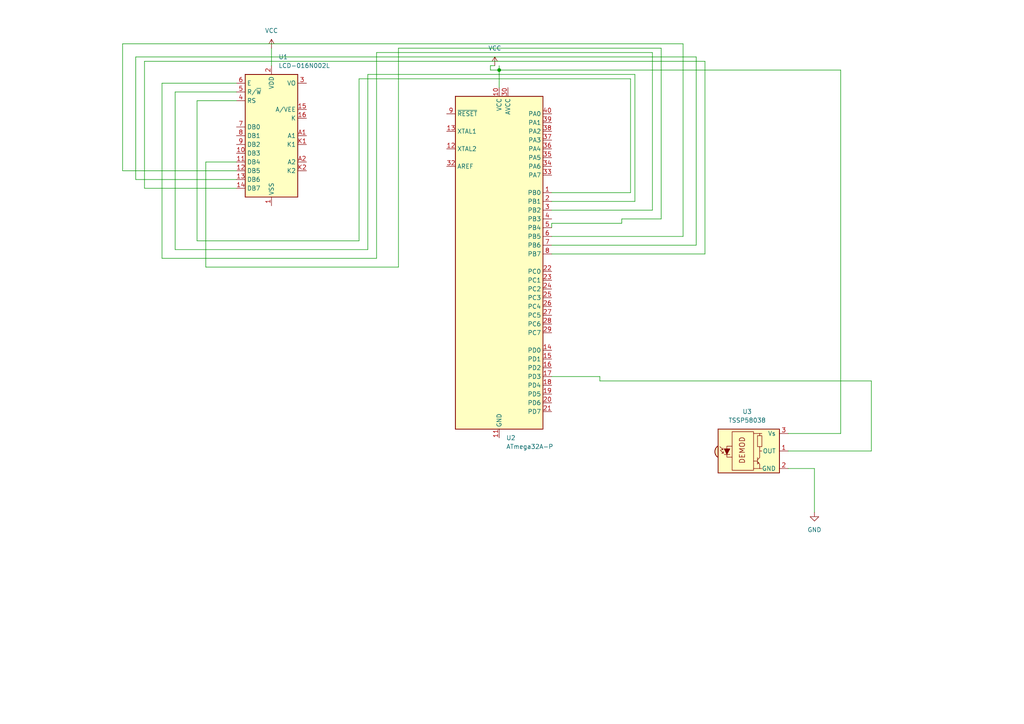
<source format=kicad_sch>
(kicad_sch (version 20211123) (generator eeschema)

  (uuid b7cf447d-dc78-4b18-af8c-d825fcad2457)

  (paper "A4")

  (lib_symbols
    (symbol "Display_Character:LCD-016N002L" (in_bom yes) (on_board yes)
      (property "Reference" "U" (id 0) (at -6.35 18.796 0)
        (effects (font (size 1.27 1.27)))
      )
      (property "Value" "LCD-016N002L" (id 1) (at 8.636 18.796 0)
        (effects (font (size 1.27 1.27)))
      )
      (property "Footprint" "Display:LCD-016N002L" (id 2) (at 0.508 -23.368 0)
        (effects (font (size 1.27 1.27)) hide)
      )
      (property "Datasheet" "http://www.vishay.com/docs/37299/37299.pdf" (id 3) (at 12.7 -7.62 0)
        (effects (font (size 1.27 1.27)) hide)
      )
      (property "ki_keywords" "display LCD dot-matrix" (id 4) (at 0 0 0)
        (effects (font (size 1.27 1.27)) hide)
      )
      (property "ki_description" "LCD 12x2, 8 bit parallel bus, 3V or 5V VDD" (id 5) (at 0 0 0)
        (effects (font (size 1.27 1.27)) hide)
      )
      (property "ki_fp_filters" "*LCD*016N002L*" (id 6) (at 0 0 0)
        (effects (font (size 1.27 1.27)) hide)
      )
      (symbol "LCD-016N002L_1_1"
        (rectangle (start -7.62 17.78) (end 7.62 -17.78)
          (stroke (width 0.254) (type default) (color 0 0 0 0))
          (fill (type background))
        )
        (pin power_in line (at 0 -20.32 90) (length 2.54)
          (name "VSS" (effects (font (size 1.27 1.27))))
          (number "1" (effects (font (size 1.27 1.27))))
        )
        (pin bidirectional line (at -10.16 -5.08 0) (length 2.54)
          (name "DB3" (effects (font (size 1.27 1.27))))
          (number "10" (effects (font (size 1.27 1.27))))
        )
        (pin bidirectional line (at -10.16 -7.62 0) (length 2.54)
          (name "DB4" (effects (font (size 1.27 1.27))))
          (number "11" (effects (font (size 1.27 1.27))))
        )
        (pin bidirectional line (at -10.16 -10.16 0) (length 2.54)
          (name "DB5" (effects (font (size 1.27 1.27))))
          (number "12" (effects (font (size 1.27 1.27))))
        )
        (pin bidirectional line (at -10.16 -12.7 0) (length 2.54)
          (name "DB6" (effects (font (size 1.27 1.27))))
          (number "13" (effects (font (size 1.27 1.27))))
        )
        (pin bidirectional line (at -10.16 -15.24 0) (length 2.54)
          (name "DB7" (effects (font (size 1.27 1.27))))
          (number "14" (effects (font (size 1.27 1.27))))
        )
        (pin power_in line (at 10.16 7.62 180) (length 2.54)
          (name "A/VEE" (effects (font (size 1.27 1.27))))
          (number "15" (effects (font (size 1.27 1.27))))
        )
        (pin power_in line (at 10.16 5.08 180) (length 2.54)
          (name "K" (effects (font (size 1.27 1.27))))
          (number "16" (effects (font (size 1.27 1.27))))
        )
        (pin power_in line (at 0 20.32 270) (length 2.54)
          (name "VDD" (effects (font (size 1.27 1.27))))
          (number "2" (effects (font (size 1.27 1.27))))
        )
        (pin input line (at 10.16 15.24 180) (length 2.54)
          (name "VO" (effects (font (size 1.27 1.27))))
          (number "3" (effects (font (size 1.27 1.27))))
        )
        (pin input line (at -10.16 10.16 0) (length 2.54)
          (name "RS" (effects (font (size 1.27 1.27))))
          (number "4" (effects (font (size 1.27 1.27))))
        )
        (pin input line (at -10.16 12.7 0) (length 2.54)
          (name "R/~{W}" (effects (font (size 1.27 1.27))))
          (number "5" (effects (font (size 1.27 1.27))))
        )
        (pin input line (at -10.16 15.24 0) (length 2.54)
          (name "E" (effects (font (size 1.27 1.27))))
          (number "6" (effects (font (size 1.27 1.27))))
        )
        (pin bidirectional line (at -10.16 2.54 0) (length 2.54)
          (name "DB0" (effects (font (size 1.27 1.27))))
          (number "7" (effects (font (size 1.27 1.27))))
        )
        (pin bidirectional line (at -10.16 0 0) (length 2.54)
          (name "DB1" (effects (font (size 1.27 1.27))))
          (number "8" (effects (font (size 1.27 1.27))))
        )
        (pin bidirectional line (at -10.16 -2.54 0) (length 2.54)
          (name "DB2" (effects (font (size 1.27 1.27))))
          (number "9" (effects (font (size 1.27 1.27))))
        )
        (pin power_in line (at 10.16 0 180) (length 2.54)
          (name "A1" (effects (font (size 1.27 1.27))))
          (number "A1" (effects (font (size 1.27 1.27))))
        )
        (pin power_in line (at 10.16 -7.62 180) (length 2.54)
          (name "A2" (effects (font (size 1.27 1.27))))
          (number "A2" (effects (font (size 1.27 1.27))))
        )
        (pin power_in line (at 10.16 -2.54 180) (length 2.54)
          (name "K1" (effects (font (size 1.27 1.27))))
          (number "K1" (effects (font (size 1.27 1.27))))
        )
        (pin power_in line (at 10.16 -10.16 180) (length 2.54)
          (name "K2" (effects (font (size 1.27 1.27))))
          (number "K2" (effects (font (size 1.27 1.27))))
        )
      )
    )
    (symbol "MCU_Microchip_ATmega:ATmega32A-P" (in_bom yes) (on_board yes)
      (property "Reference" "U" (id 0) (at -12.7 49.53 0)
        (effects (font (size 1.27 1.27)) (justify left bottom))
      )
      (property "Value" "ATmega32A-P" (id 1) (at 2.54 -49.53 0)
        (effects (font (size 1.27 1.27)) (justify left top))
      )
      (property "Footprint" "Package_DIP:DIP-40_W15.24mm" (id 2) (at 0 0 0)
        (effects (font (size 1.27 1.27) italic) hide)
      )
      (property "Datasheet" "http://ww1.microchip.com/downloads/en/DeviceDoc/atmel-8155-8-bit-microcontroller-avr-atmega32a_datasheet.pdf" (id 3) (at 0 0 0)
        (effects (font (size 1.27 1.27)) hide)
      )
      (property "ki_keywords" "AVR 8bit Microcontroller MegaAVR" (id 4) (at 0 0 0)
        (effects (font (size 1.27 1.27)) hide)
      )
      (property "ki_description" "16MHz, 32kB Flash, 2kB SRAM, 1kB EEPROM, JTAG, DIP-40" (id 5) (at 0 0 0)
        (effects (font (size 1.27 1.27)) hide)
      )
      (property "ki_fp_filters" "DIP*W15.24mm*" (id 6) (at 0 0 0)
        (effects (font (size 1.27 1.27)) hide)
      )
      (symbol "ATmega32A-P_0_1"
        (rectangle (start -12.7 -48.26) (end 12.7 48.26)
          (stroke (width 0.254) (type default) (color 0 0 0 0))
          (fill (type background))
        )
      )
      (symbol "ATmega32A-P_1_1"
        (pin bidirectional line (at 15.24 20.32 180) (length 2.54)
          (name "PB0" (effects (font (size 1.27 1.27))))
          (number "1" (effects (font (size 1.27 1.27))))
        )
        (pin power_in line (at 0 50.8 270) (length 2.54)
          (name "VCC" (effects (font (size 1.27 1.27))))
          (number "10" (effects (font (size 1.27 1.27))))
        )
        (pin power_in line (at 0 -50.8 90) (length 2.54)
          (name "GND" (effects (font (size 1.27 1.27))))
          (number "11" (effects (font (size 1.27 1.27))))
        )
        (pin output line (at -15.24 33.02 0) (length 2.54)
          (name "XTAL2" (effects (font (size 1.27 1.27))))
          (number "12" (effects (font (size 1.27 1.27))))
        )
        (pin input line (at -15.24 38.1 0) (length 2.54)
          (name "XTAL1" (effects (font (size 1.27 1.27))))
          (number "13" (effects (font (size 1.27 1.27))))
        )
        (pin bidirectional line (at 15.24 -25.4 180) (length 2.54)
          (name "PD0" (effects (font (size 1.27 1.27))))
          (number "14" (effects (font (size 1.27 1.27))))
        )
        (pin bidirectional line (at 15.24 -27.94 180) (length 2.54)
          (name "PD1" (effects (font (size 1.27 1.27))))
          (number "15" (effects (font (size 1.27 1.27))))
        )
        (pin bidirectional line (at 15.24 -30.48 180) (length 2.54)
          (name "PD2" (effects (font (size 1.27 1.27))))
          (number "16" (effects (font (size 1.27 1.27))))
        )
        (pin bidirectional line (at 15.24 -33.02 180) (length 2.54)
          (name "PD3" (effects (font (size 1.27 1.27))))
          (number "17" (effects (font (size 1.27 1.27))))
        )
        (pin bidirectional line (at 15.24 -35.56 180) (length 2.54)
          (name "PD4" (effects (font (size 1.27 1.27))))
          (number "18" (effects (font (size 1.27 1.27))))
        )
        (pin bidirectional line (at 15.24 -38.1 180) (length 2.54)
          (name "PD5" (effects (font (size 1.27 1.27))))
          (number "19" (effects (font (size 1.27 1.27))))
        )
        (pin bidirectional line (at 15.24 17.78 180) (length 2.54)
          (name "PB1" (effects (font (size 1.27 1.27))))
          (number "2" (effects (font (size 1.27 1.27))))
        )
        (pin bidirectional line (at 15.24 -40.64 180) (length 2.54)
          (name "PD6" (effects (font (size 1.27 1.27))))
          (number "20" (effects (font (size 1.27 1.27))))
        )
        (pin bidirectional line (at 15.24 -43.18 180) (length 2.54)
          (name "PD7" (effects (font (size 1.27 1.27))))
          (number "21" (effects (font (size 1.27 1.27))))
        )
        (pin bidirectional line (at 15.24 -2.54 180) (length 2.54)
          (name "PC0" (effects (font (size 1.27 1.27))))
          (number "22" (effects (font (size 1.27 1.27))))
        )
        (pin bidirectional line (at 15.24 -5.08 180) (length 2.54)
          (name "PC1" (effects (font (size 1.27 1.27))))
          (number "23" (effects (font (size 1.27 1.27))))
        )
        (pin bidirectional line (at 15.24 -7.62 180) (length 2.54)
          (name "PC2" (effects (font (size 1.27 1.27))))
          (number "24" (effects (font (size 1.27 1.27))))
        )
        (pin bidirectional line (at 15.24 -10.16 180) (length 2.54)
          (name "PC3" (effects (font (size 1.27 1.27))))
          (number "25" (effects (font (size 1.27 1.27))))
        )
        (pin bidirectional line (at 15.24 -12.7 180) (length 2.54)
          (name "PC4" (effects (font (size 1.27 1.27))))
          (number "26" (effects (font (size 1.27 1.27))))
        )
        (pin bidirectional line (at 15.24 -15.24 180) (length 2.54)
          (name "PC5" (effects (font (size 1.27 1.27))))
          (number "27" (effects (font (size 1.27 1.27))))
        )
        (pin bidirectional line (at 15.24 -17.78 180) (length 2.54)
          (name "PC6" (effects (font (size 1.27 1.27))))
          (number "28" (effects (font (size 1.27 1.27))))
        )
        (pin bidirectional line (at 15.24 -20.32 180) (length 2.54)
          (name "PC7" (effects (font (size 1.27 1.27))))
          (number "29" (effects (font (size 1.27 1.27))))
        )
        (pin bidirectional line (at 15.24 15.24 180) (length 2.54)
          (name "PB2" (effects (font (size 1.27 1.27))))
          (number "3" (effects (font (size 1.27 1.27))))
        )
        (pin power_in line (at 2.54 50.8 270) (length 2.54)
          (name "AVCC" (effects (font (size 1.27 1.27))))
          (number "30" (effects (font (size 1.27 1.27))))
        )
        (pin passive line (at 0 -50.8 90) (length 2.54) hide
          (name "GND" (effects (font (size 1.27 1.27))))
          (number "31" (effects (font (size 1.27 1.27))))
        )
        (pin passive line (at -15.24 27.94 0) (length 2.54)
          (name "AREF" (effects (font (size 1.27 1.27))))
          (number "32" (effects (font (size 1.27 1.27))))
        )
        (pin bidirectional line (at 15.24 25.4 180) (length 2.54)
          (name "PA7" (effects (font (size 1.27 1.27))))
          (number "33" (effects (font (size 1.27 1.27))))
        )
        (pin bidirectional line (at 15.24 27.94 180) (length 2.54)
          (name "PA6" (effects (font (size 1.27 1.27))))
          (number "34" (effects (font (size 1.27 1.27))))
        )
        (pin bidirectional line (at 15.24 30.48 180) (length 2.54)
          (name "PA5" (effects (font (size 1.27 1.27))))
          (number "35" (effects (font (size 1.27 1.27))))
        )
        (pin bidirectional line (at 15.24 33.02 180) (length 2.54)
          (name "PA4" (effects (font (size 1.27 1.27))))
          (number "36" (effects (font (size 1.27 1.27))))
        )
        (pin bidirectional line (at 15.24 35.56 180) (length 2.54)
          (name "PA3" (effects (font (size 1.27 1.27))))
          (number "37" (effects (font (size 1.27 1.27))))
        )
        (pin bidirectional line (at 15.24 38.1 180) (length 2.54)
          (name "PA2" (effects (font (size 1.27 1.27))))
          (number "38" (effects (font (size 1.27 1.27))))
        )
        (pin bidirectional line (at 15.24 40.64 180) (length 2.54)
          (name "PA1" (effects (font (size 1.27 1.27))))
          (number "39" (effects (font (size 1.27 1.27))))
        )
        (pin bidirectional line (at 15.24 12.7 180) (length 2.54)
          (name "PB3" (effects (font (size 1.27 1.27))))
          (number "4" (effects (font (size 1.27 1.27))))
        )
        (pin bidirectional line (at 15.24 43.18 180) (length 2.54)
          (name "PA0" (effects (font (size 1.27 1.27))))
          (number "40" (effects (font (size 1.27 1.27))))
        )
        (pin bidirectional line (at 15.24 10.16 180) (length 2.54)
          (name "PB4" (effects (font (size 1.27 1.27))))
          (number "5" (effects (font (size 1.27 1.27))))
        )
        (pin bidirectional line (at 15.24 7.62 180) (length 2.54)
          (name "PB5" (effects (font (size 1.27 1.27))))
          (number "6" (effects (font (size 1.27 1.27))))
        )
        (pin bidirectional line (at 15.24 5.08 180) (length 2.54)
          (name "PB6" (effects (font (size 1.27 1.27))))
          (number "7" (effects (font (size 1.27 1.27))))
        )
        (pin bidirectional line (at 15.24 2.54 180) (length 2.54)
          (name "PB7" (effects (font (size 1.27 1.27))))
          (number "8" (effects (font (size 1.27 1.27))))
        )
        (pin input line (at -15.24 43.18 0) (length 2.54)
          (name "~{RESET}" (effects (font (size 1.27 1.27))))
          (number "9" (effects (font (size 1.27 1.27))))
        )
      )
    )
    (symbol "Sensor_Proximity:TSSP58038" (pin_names (offset 1.016)) (in_bom yes) (on_board yes)
      (property "Reference" "U" (id 0) (at -10.16 7.62 0)
        (effects (font (size 1.27 1.27)) (justify left))
      )
      (property "Value" "TSSP58038" (id 1) (at -10.16 -7.62 0)
        (effects (font (size 1.27 1.27)) (justify left))
      )
      (property "Footprint" "OptoDevice:Vishay_MINICAST-3Pin" (id 2) (at -1.27 -9.525 0)
        (effects (font (size 1.27 1.27)) hide)
      )
      (property "Datasheet" "http://www.vishay.com/docs/82476/tssp58p38.pdf" (id 3) (at 16.51 7.62 0)
        (effects (font (size 1.27 1.27)) hide)
      )
      (property "ki_keywords" "opto IR receiver proximity sensor" (id 4) (at 0 0 0)
        (effects (font (size 1.27 1.27)) hide)
      )
      (property "ki_description" "IR Detector for Mid Range Proximity Sensor" (id 5) (at 0 0 0)
        (effects (font (size 1.27 1.27)) hide)
      )
      (property "ki_fp_filters" "Vishay*MINICAST*" (id 6) (at 0 0 0)
        (effects (font (size 1.27 1.27)) hide)
      )
      (symbol "TSSP58038_0_0"
        (arc (start -10.287 1.397) (mid -11.0899 -0.1852) (end -10.287 -1.778)
          (stroke (width 0.254) (type default) (color 0 0 0 0))
          (fill (type background))
        )
        (polyline
          (pts
            (xy 1.905 -5.08)
            (xy 0.127 -5.08)
          )
          (stroke (width 0) (type default) (color 0 0 0 0))
          (fill (type none))
        )
        (polyline
          (pts
            (xy 1.905 5.08)
            (xy 0.127 5.08)
          )
          (stroke (width 0) (type default) (color 0 0 0 0))
          (fill (type none))
        )
        (text "DEMOD" (at -3.175 0.254 900)
          (effects (font (size 1.524 1.524)))
        )
      )
      (symbol "TSSP58038_0_1"
        (rectangle (start -6.096 5.588) (end 0.127 -5.588)
          (stroke (width 0) (type default) (color 0 0 0 0))
          (fill (type none))
        )
        (polyline
          (pts
            (xy -8.763 0.381)
            (xy -9.652 1.27)
          )
          (stroke (width 0) (type default) (color 0 0 0 0))
          (fill (type none))
        )
        (polyline
          (pts
            (xy -8.763 0.381)
            (xy -9.271 0.381)
          )
          (stroke (width 0) (type default) (color 0 0 0 0))
          (fill (type none))
        )
        (polyline
          (pts
            (xy -8.763 0.381)
            (xy -8.763 0.889)
          )
          (stroke (width 0) (type default) (color 0 0 0 0))
          (fill (type none))
        )
        (polyline
          (pts
            (xy -8.636 -0.635)
            (xy -9.525 0.254)
          )
          (stroke (width 0) (type default) (color 0 0 0 0))
          (fill (type none))
        )
        (polyline
          (pts
            (xy -8.636 -0.635)
            (xy -9.144 -0.635)
          )
          (stroke (width 0) (type default) (color 0 0 0 0))
          (fill (type none))
        )
        (polyline
          (pts
            (xy -8.636 -0.635)
            (xy -8.636 -0.127)
          )
          (stroke (width 0) (type default) (color 0 0 0 0))
          (fill (type none))
        )
        (polyline
          (pts
            (xy -8.382 -1.016)
            (xy -6.731 -1.016)
          )
          (stroke (width 0) (type default) (color 0 0 0 0))
          (fill (type none))
        )
        (polyline
          (pts
            (xy 1.27 -2.921)
            (xy 0.127 -2.921)
          )
          (stroke (width 0) (type default) (color 0 0 0 0))
          (fill (type none))
        )
        (polyline
          (pts
            (xy 1.27 -1.905)
            (xy 1.27 -3.81)
          )
          (stroke (width 0) (type default) (color 0 0 0 0))
          (fill (type none))
        )
        (polyline
          (pts
            (xy 1.397 -3.556)
            (xy 1.524 -3.556)
          )
          (stroke (width 0) (type default) (color 0 0 0 0))
          (fill (type none))
        )
        (polyline
          (pts
            (xy 1.651 -3.556)
            (xy 1.524 -3.556)
          )
          (stroke (width 0) (type default) (color 0 0 0 0))
          (fill (type none))
        )
        (polyline
          (pts
            (xy 1.651 -3.556)
            (xy 1.651 -3.302)
          )
          (stroke (width 0) (type default) (color 0 0 0 0))
          (fill (type none))
        )
        (polyline
          (pts
            (xy 1.905 0)
            (xy 1.905 1.27)
          )
          (stroke (width 0) (type default) (color 0 0 0 0))
          (fill (type none))
        )
        (polyline
          (pts
            (xy 1.905 4.445)
            (xy 1.905 5.08)
            (xy 2.54 5.08)
          )
          (stroke (width 0) (type default) (color 0 0 0 0))
          (fill (type none))
        )
        (polyline
          (pts
            (xy -8.382 0.635)
            (xy -6.731 0.635)
            (xy -7.62 -1.016)
            (xy -8.382 0.635)
          )
          (stroke (width 0) (type default) (color 0 0 0 0))
          (fill (type outline))
        )
        (polyline
          (pts
            (xy -6.096 1.397)
            (xy -7.62 1.397)
            (xy -7.62 -1.778)
            (xy -6.096 -1.778)
          )
          (stroke (width 0) (type default) (color 0 0 0 0))
          (fill (type none))
        )
        (polyline
          (pts
            (xy 1.27 -3.175)
            (xy 1.905 -3.81)
            (xy 1.905 -5.08)
            (xy 2.54 -5.08)
          )
          (stroke (width 0) (type default) (color 0 0 0 0))
          (fill (type none))
        )
        (polyline
          (pts
            (xy 1.27 -2.54)
            (xy 1.905 -1.905)
            (xy 1.905 0)
            (xy 2.54 0)
          )
          (stroke (width 0) (type default) (color 0 0 0 0))
          (fill (type none))
        )
        (rectangle (start 2.54 1.27) (end 1.27 4.445)
          (stroke (width 0) (type default) (color 0 0 0 0))
          (fill (type none))
        )
        (rectangle (start 7.62 6.35) (end -10.16 -6.35)
          (stroke (width 0.254) (type default) (color 0 0 0 0))
          (fill (type background))
        )
      )
      (symbol "TSSP58038_1_1"
        (pin output line (at 10.16 0 180) (length 2.54)
          (name "OUT" (effects (font (size 1.27 1.27))))
          (number "1" (effects (font (size 1.27 1.27))))
        )
        (pin power_in line (at 10.16 -5.08 180) (length 2.54)
          (name "GND" (effects (font (size 1.27 1.27))))
          (number "2" (effects (font (size 1.27 1.27))))
        )
        (pin power_in line (at 10.16 5.08 180) (length 2.54)
          (name "Vs" (effects (font (size 1.27 1.27))))
          (number "3" (effects (font (size 1.27 1.27))))
        )
      )
    )
    (symbol "power:GND" (power) (pin_names (offset 0)) (in_bom yes) (on_board yes)
      (property "Reference" "#PWR" (id 0) (at 0 -6.35 0)
        (effects (font (size 1.27 1.27)) hide)
      )
      (property "Value" "GND" (id 1) (at 0 -3.81 0)
        (effects (font (size 1.27 1.27)))
      )
      (property "Footprint" "" (id 2) (at 0 0 0)
        (effects (font (size 1.27 1.27)) hide)
      )
      (property "Datasheet" "" (id 3) (at 0 0 0)
        (effects (font (size 1.27 1.27)) hide)
      )
      (property "ki_keywords" "power-flag" (id 4) (at 0 0 0)
        (effects (font (size 1.27 1.27)) hide)
      )
      (property "ki_description" "Power symbol creates a global label with name \"GND\" , ground" (id 5) (at 0 0 0)
        (effects (font (size 1.27 1.27)) hide)
      )
      (symbol "GND_0_1"
        (polyline
          (pts
            (xy 0 0)
            (xy 0 -1.27)
            (xy 1.27 -1.27)
            (xy 0 -2.54)
            (xy -1.27 -1.27)
            (xy 0 -1.27)
          )
          (stroke (width 0) (type default) (color 0 0 0 0))
          (fill (type none))
        )
      )
      (symbol "GND_1_1"
        (pin power_in line (at 0 0 270) (length 0) hide
          (name "GND" (effects (font (size 1.27 1.27))))
          (number "1" (effects (font (size 1.27 1.27))))
        )
      )
    )
    (symbol "power:VCC" (power) (pin_names (offset 0)) (in_bom yes) (on_board yes)
      (property "Reference" "#PWR" (id 0) (at 0 -3.81 0)
        (effects (font (size 1.27 1.27)) hide)
      )
      (property "Value" "VCC" (id 1) (at 0 3.81 0)
        (effects (font (size 1.27 1.27)))
      )
      (property "Footprint" "" (id 2) (at 0 0 0)
        (effects (font (size 1.27 1.27)) hide)
      )
      (property "Datasheet" "" (id 3) (at 0 0 0)
        (effects (font (size 1.27 1.27)) hide)
      )
      (property "ki_keywords" "power-flag" (id 4) (at 0 0 0)
        (effects (font (size 1.27 1.27)) hide)
      )
      (property "ki_description" "Power symbol creates a global label with name \"VCC\"" (id 5) (at 0 0 0)
        (effects (font (size 1.27 1.27)) hide)
      )
      (symbol "VCC_0_1"
        (polyline
          (pts
            (xy -0.762 1.27)
            (xy 0 2.54)
          )
          (stroke (width 0) (type default) (color 0 0 0 0))
          (fill (type none))
        )
        (polyline
          (pts
            (xy 0 0)
            (xy 0 2.54)
          )
          (stroke (width 0) (type default) (color 0 0 0 0))
          (fill (type none))
        )
        (polyline
          (pts
            (xy 0 2.54)
            (xy 0.762 1.27)
          )
          (stroke (width 0) (type default) (color 0 0 0 0))
          (fill (type none))
        )
      )
      (symbol "VCC_1_1"
        (pin power_in line (at 0 0 90) (length 0) hide
          (name "VCC" (effects (font (size 1.27 1.27))))
          (number "1" (effects (font (size 1.27 1.27))))
        )
      )
    )
  )

  (junction (at 144.78 20.32) (diameter 0) (color 0 0 0 0)
    (uuid e6d1911b-998d-4567-8309-a6838c7c12d7)
  )

  (wire (pts (xy 198.12 12.7) (xy 198.12 68.58))
    (stroke (width 0) (type default) (color 0 0 0 0))
    (uuid 00f28c04-21ae-4fd9-8afe-5f94ea2545c9)
  )
  (wire (pts (xy 180.34 63.5) (xy 180.34 64.77))
    (stroke (width 0) (type default) (color 0 0 0 0))
    (uuid 0540ccd1-11a0-426c-95ca-9a3e88db7ccf)
  )
  (wire (pts (xy 191.77 63.5) (xy 191.77 13.97))
    (stroke (width 0) (type default) (color 0 0 0 0))
    (uuid 0bbf5cee-e7b3-4fe5-965c-d986afc34fd3)
  )
  (wire (pts (xy 144.78 20.32) (xy 144.78 25.4))
    (stroke (width 0) (type default) (color 0 0 0 0))
    (uuid 14ac80a2-0d9d-4124-b33d-7b403c7c1b6d)
  )
  (wire (pts (xy 236.22 135.89) (xy 236.22 148.59))
    (stroke (width 0) (type default) (color 0 0 0 0))
    (uuid 17472109-2154-4af3-b7cc-8a9ae9068ddf)
  )
  (wire (pts (xy 59.69 77.47) (xy 59.69 46.99))
    (stroke (width 0) (type default) (color 0 0 0 0))
    (uuid 19753f05-c101-4ed3-9585-1c950c3b21ca)
  )
  (wire (pts (xy 191.77 13.97) (xy 115.57 13.97))
    (stroke (width 0) (type default) (color 0 0 0 0))
    (uuid 1a1c1b1f-a2e3-4f05-b94f-aae3fe407124)
  )
  (wire (pts (xy 35.56 49.53) (xy 68.58 49.53))
    (stroke (width 0) (type default) (color 0 0 0 0))
    (uuid 1df18ff2-eccd-4d94-a907-675cbfdd9491)
  )
  (wire (pts (xy 201.93 71.12) (xy 201.93 16.51))
    (stroke (width 0) (type default) (color 0 0 0 0))
    (uuid 20ebc974-2631-493c-ae30-fbed94efec42)
  )
  (wire (pts (xy 59.69 46.99) (xy 68.58 46.99))
    (stroke (width 0) (type default) (color 0 0 0 0))
    (uuid 250c6dba-ad94-403f-bc18-2b1afdb38cf6)
  )
  (wire (pts (xy 228.6 125.73) (xy 243.84 125.73))
    (stroke (width 0) (type default) (color 0 0 0 0))
    (uuid 26df2058-e4ae-41aa-82f0-c07c55cac162)
  )
  (wire (pts (xy 184.15 21.59) (xy 184.15 58.42))
    (stroke (width 0) (type default) (color 0 0 0 0))
    (uuid 2ce04fc0-e629-4c2d-9eb5-812ff8f3aad7)
  )
  (wire (pts (xy 142.24 20.32) (xy 142.24 19.05))
    (stroke (width 0) (type default) (color 0 0 0 0))
    (uuid 3322084f-30f3-456c-aa6a-18c39528ebcf)
  )
  (wire (pts (xy 50.8 72.39) (xy 106.68 72.39))
    (stroke (width 0) (type default) (color 0 0 0 0))
    (uuid 362d2660-1e4a-4502-a0e2-07295660bd1c)
  )
  (wire (pts (xy 142.24 19.05) (xy 143.51 19.05))
    (stroke (width 0) (type default) (color 0 0 0 0))
    (uuid 3797f74a-3b20-4986-a2d2-d563792bfaef)
  )
  (wire (pts (xy 182.88 55.88) (xy 182.88 22.86))
    (stroke (width 0) (type default) (color 0 0 0 0))
    (uuid 3a2813f6-b0ca-4188-919f-410a85986f19)
  )
  (wire (pts (xy 46.99 24.13) (xy 46.99 74.93))
    (stroke (width 0) (type default) (color 0 0 0 0))
    (uuid 3fadb724-7839-42d0-8d26-5457800efabd)
  )
  (wire (pts (xy 109.22 74.93) (xy 109.22 15.24))
    (stroke (width 0) (type default) (color 0 0 0 0))
    (uuid 43276c5c-7bf4-46bd-acf3-0eec6b629f8a)
  )
  (wire (pts (xy 243.84 125.73) (xy 243.84 20.32))
    (stroke (width 0) (type default) (color 0 0 0 0))
    (uuid 44920be0-9b57-4d40-9d15-433d237fc212)
  )
  (wire (pts (xy 68.58 26.67) (xy 50.8 26.67))
    (stroke (width 0) (type default) (color 0 0 0 0))
    (uuid 48e4026b-f699-40c3-bca3-83023f340587)
  )
  (wire (pts (xy 115.57 77.47) (xy 59.69 77.47))
    (stroke (width 0) (type default) (color 0 0 0 0))
    (uuid 4a6c59b0-9e05-4fe4-8e70-0d792b9f664d)
  )
  (wire (pts (xy 198.12 12.7) (xy 35.56 12.7))
    (stroke (width 0) (type default) (color 0 0 0 0))
    (uuid 56f35049-4624-472f-b5ac-2f8041429f6a)
  )
  (wire (pts (xy 201.93 16.51) (xy 39.37 16.51))
    (stroke (width 0) (type default) (color 0 0 0 0))
    (uuid 57fbc27f-e4c9-42b9-8e7f-c643846028d9)
  )
  (wire (pts (xy 180.34 63.5) (xy 191.77 63.5))
    (stroke (width 0) (type default) (color 0 0 0 0))
    (uuid 5943c2aa-8463-4a44-ac85-65f2d1edeac9)
  )
  (wire (pts (xy 182.88 22.86) (xy 104.14 22.86))
    (stroke (width 0) (type default) (color 0 0 0 0))
    (uuid 66917172-7ce7-4f16-b203-473eafeb857c)
  )
  (wire (pts (xy 204.47 17.78) (xy 41.91 17.78))
    (stroke (width 0) (type default) (color 0 0 0 0))
    (uuid 6f97ef56-4673-4ddd-9f56-024eab9a1e26)
  )
  (wire (pts (xy 104.14 69.85) (xy 57.15 69.85))
    (stroke (width 0) (type default) (color 0 0 0 0))
    (uuid 7400d80e-ded0-4e21-bd4e-d3d06eb56ee3)
  )
  (wire (pts (xy 35.56 12.7) (xy 35.56 49.53))
    (stroke (width 0) (type default) (color 0 0 0 0))
    (uuid 7436890f-3c70-4ced-a82c-837bd1aa5f5a)
  )
  (wire (pts (xy 160.02 68.58) (xy 198.12 68.58))
    (stroke (width 0) (type default) (color 0 0 0 0))
    (uuid 75e51f74-4d79-4aa1-a0ed-491f6e26135b)
  )
  (wire (pts (xy 228.6 135.89) (xy 236.22 135.89))
    (stroke (width 0) (type default) (color 0 0 0 0))
    (uuid 7d6eac88-1f24-4ede-9c2b-d7cb47b793f1)
  )
  (wire (pts (xy 57.15 69.85) (xy 57.15 29.21))
    (stroke (width 0) (type default) (color 0 0 0 0))
    (uuid 86102efa-f99b-4948-94a7-4498b38e5215)
  )
  (wire (pts (xy 39.37 52.07) (xy 68.58 52.07))
    (stroke (width 0) (type default) (color 0 0 0 0))
    (uuid 8b0904b5-70f7-48a2-92f1-7c08db303214)
  )
  (wire (pts (xy 189.23 15.24) (xy 189.23 60.96))
    (stroke (width 0) (type default) (color 0 0 0 0))
    (uuid 8f3ee0b7-140a-40f0-a68f-89f5de99bbe6)
  )
  (wire (pts (xy 115.57 13.97) (xy 115.57 77.47))
    (stroke (width 0) (type default) (color 0 0 0 0))
    (uuid 9128849f-74b8-4089-8444-793149b8f49b)
  )
  (wire (pts (xy 160.02 64.77) (xy 160.02 66.04))
    (stroke (width 0) (type default) (color 0 0 0 0))
    (uuid 945a0d10-d3fa-4fec-8c9f-f85272956c23)
  )
  (wire (pts (xy 109.22 15.24) (xy 189.23 15.24))
    (stroke (width 0) (type default) (color 0 0 0 0))
    (uuid 96fa6d1b-f930-40e4-87fe-21d7e96175fe)
  )
  (wire (pts (xy 160.02 73.66) (xy 204.47 73.66))
    (stroke (width 0) (type default) (color 0 0 0 0))
    (uuid 97c67dba-169a-4949-a8a2-937d6e09e767)
  )
  (wire (pts (xy 160.02 55.88) (xy 182.88 55.88))
    (stroke (width 0) (type default) (color 0 0 0 0))
    (uuid 99ffd10b-ba88-4132-a045-585381982ce1)
  )
  (wire (pts (xy 106.68 72.39) (xy 106.68 21.59))
    (stroke (width 0) (type default) (color 0 0 0 0))
    (uuid 9df8d284-ec76-4b7f-b0aa-a2f355ee745c)
  )
  (wire (pts (xy 252.73 110.49) (xy 173.99 110.49))
    (stroke (width 0) (type default) (color 0 0 0 0))
    (uuid 9e34d20e-f2f4-4784-9158-218164509360)
  )
  (wire (pts (xy 57.15 29.21) (xy 68.58 29.21))
    (stroke (width 0) (type default) (color 0 0 0 0))
    (uuid b6b24d17-e67b-404c-900f-8ca9ddff2ccb)
  )
  (wire (pts (xy 41.91 17.78) (xy 41.91 54.61))
    (stroke (width 0) (type default) (color 0 0 0 0))
    (uuid b8e44b79-20dd-404e-aa8a-3ef4fe425284)
  )
  (wire (pts (xy 160.02 71.12) (xy 201.93 71.12))
    (stroke (width 0) (type default) (color 0 0 0 0))
    (uuid b933a53d-fc43-4a4e-b186-0e1a18fc315a)
  )
  (wire (pts (xy 41.91 54.61) (xy 68.58 54.61))
    (stroke (width 0) (type default) (color 0 0 0 0))
    (uuid bf64861a-bc16-4b2f-91e8-16d4e821a180)
  )
  (wire (pts (xy 173.99 110.49) (xy 173.99 109.22))
    (stroke (width 0) (type default) (color 0 0 0 0))
    (uuid c102e689-541d-4695-a5bc-520d04b8a7d0)
  )
  (wire (pts (xy 189.23 60.96) (xy 160.02 60.96))
    (stroke (width 0) (type default) (color 0 0 0 0))
    (uuid c1a9ca57-d51d-49d7-a384-ee6bea4cda1d)
  )
  (wire (pts (xy 252.73 130.81) (xy 252.73 110.49))
    (stroke (width 0) (type default) (color 0 0 0 0))
    (uuid ccd47e3c-ca03-47ed-bd78-9e68c6a1ecf0)
  )
  (wire (pts (xy 50.8 26.67) (xy 50.8 72.39))
    (stroke (width 0) (type default) (color 0 0 0 0))
    (uuid d10e2978-a557-4ec3-ba30-0cb18609486c)
  )
  (wire (pts (xy 78.74 13.97) (xy 78.74 19.05))
    (stroke (width 0) (type default) (color 0 0 0 0))
    (uuid db6d8ff0-0db2-42dc-8d72-2c276342e50a)
  )
  (wire (pts (xy 106.68 21.59) (xy 184.15 21.59))
    (stroke (width 0) (type default) (color 0 0 0 0))
    (uuid e20fa80f-91dd-417a-ad32-d27d6f8ae095)
  )
  (wire (pts (xy 184.15 58.42) (xy 160.02 58.42))
    (stroke (width 0) (type default) (color 0 0 0 0))
    (uuid e461f729-7da3-4b40-a3b2-9a0675732bbe)
  )
  (wire (pts (xy 228.6 130.81) (xy 252.73 130.81))
    (stroke (width 0) (type default) (color 0 0 0 0))
    (uuid e6412d6d-2080-4330-ba0b-07308166374b)
  )
  (wire (pts (xy 160.02 109.22) (xy 173.99 109.22))
    (stroke (width 0) (type default) (color 0 0 0 0))
    (uuid e7cc7bf3-2f0e-4433-a460-1d194e96c912)
  )
  (wire (pts (xy 142.24 20.32) (xy 144.78 20.32))
    (stroke (width 0) (type default) (color 0 0 0 0))
    (uuid ec1f42ff-4b3e-49ae-b4cd-6de6162e765e)
  )
  (wire (pts (xy 204.47 73.66) (xy 204.47 17.78))
    (stroke (width 0) (type default) (color 0 0 0 0))
    (uuid ecf1bc0f-003d-49e4-8590-97fad68f6fb3)
  )
  (wire (pts (xy 243.84 20.32) (xy 144.78 20.32))
    (stroke (width 0) (type default) (color 0 0 0 0))
    (uuid ef478b2e-23c1-47a4-ab9c-f1c9ba776df4)
  )
  (wire (pts (xy 104.14 22.86) (xy 104.14 69.85))
    (stroke (width 0) (type default) (color 0 0 0 0))
    (uuid ef5122df-8d1b-4d52-93ac-8197f5912f96)
  )
  (wire (pts (xy 180.34 64.77) (xy 160.02 64.77))
    (stroke (width 0) (type default) (color 0 0 0 0))
    (uuid f044a6df-5c43-41ed-a224-87ef4d14f274)
  )
  (wire (pts (xy 68.58 24.13) (xy 46.99 24.13))
    (stroke (width 0) (type default) (color 0 0 0 0))
    (uuid f53f6b30-5414-4756-84e9-b06042c86af8)
  )
  (wire (pts (xy 46.99 74.93) (xy 109.22 74.93))
    (stroke (width 0) (type default) (color 0 0 0 0))
    (uuid f6ce412c-c947-4a43-8f25-6eaf4b0c0312)
  )
  (wire (pts (xy 144.78 19.05) (xy 144.78 20.32))
    (stroke (width 0) (type default) (color 0 0 0 0))
    (uuid fc706c1b-6d2e-43f8-988a-91031043650d)
  )
  (wire (pts (xy 39.37 16.51) (xy 39.37 52.07))
    (stroke (width 0) (type default) (color 0 0 0 0))
    (uuid ffd6b12e-eba5-4e10-8441-af6f5d54d6be)
  )

  (symbol (lib_id "power:VCC") (at 78.74 13.97 0) (unit 1)
    (in_bom yes) (on_board yes) (fields_autoplaced)
    (uuid 20ee2cfb-5bc8-4684-8d06-5bba0188c167)
    (property "Reference" "#PWR01" (id 0) (at 78.74 17.78 0)
      (effects (font (size 1.27 1.27)) hide)
    )
    (property "Value" "VCC" (id 1) (at 78.74 8.89 0))
    (property "Footprint" "" (id 2) (at 78.74 13.97 0)
      (effects (font (size 1.27 1.27)) hide)
    )
    (property "Datasheet" "" (id 3) (at 78.74 13.97 0)
      (effects (font (size 1.27 1.27)) hide)
    )
    (pin "1" (uuid 2ac047b0-5131-4e38-a28c-02fe2b859d4f))
  )

  (symbol (lib_id "Sensor_Proximity:TSSP58038") (at 218.44 130.81 0) (unit 1)
    (in_bom yes) (on_board yes) (fields_autoplaced)
    (uuid 53b4ecbb-f3d9-47b9-a7d0-7d0a8b1c5e0a)
    (property "Reference" "U3" (id 0) (at 216.705 119.38 0))
    (property "Value" "TSSP58038" (id 1) (at 216.705 121.92 0))
    (property "Footprint" "TSSP58038:TSSP58038" (id 2) (at 217.17 140.335 0)
      (effects (font (size 1.27 1.27)) hide)
    )
    (property "Datasheet" "http://www.vishay.com/docs/82476/tssp58p38.pdf" (id 3) (at 234.95 123.19 0)
      (effects (font (size 1.27 1.27)) hide)
    )
    (pin "1" (uuid 4af78473-cfd9-454b-8e26-fcde13c97911))
    (pin "2" (uuid cf5f201b-8547-47c7-a3ac-474e5f10eff7))
    (pin "3" (uuid 2e2f376b-c177-4705-9553-19adee52dd6d))
  )

  (symbol (lib_id "power:VCC") (at 143.51 19.05 0) (unit 1)
    (in_bom yes) (on_board yes) (fields_autoplaced)
    (uuid 79b35161-78be-4762-899b-35c0a22a7ead)
    (property "Reference" "#PWR02" (id 0) (at 143.51 22.86 0)
      (effects (font (size 1.27 1.27)) hide)
    )
    (property "Value" "VCC" (id 1) (at 143.51 13.97 0))
    (property "Footprint" "" (id 2) (at 143.51 19.05 0)
      (effects (font (size 1.27 1.27)) hide)
    )
    (property "Datasheet" "" (id 3) (at 143.51 19.05 0)
      (effects (font (size 1.27 1.27)) hide)
    )
    (pin "1" (uuid 7d4ed0e4-c6d7-4ef6-b1d8-231dbd9fd695))
  )

  (symbol (lib_id "MCU_Microchip_ATmega:ATmega32A-P") (at 144.78 76.2 0) (unit 1)
    (in_bom yes) (on_board yes) (fields_autoplaced)
    (uuid 8ca7f06c-4443-4889-86b8-94774627d76e)
    (property "Reference" "U2" (id 0) (at 146.7994 127 0)
      (effects (font (size 1.27 1.27)) (justify left))
    )
    (property "Value" "ATmega32A-P" (id 1) (at 146.7994 129.54 0)
      (effects (font (size 1.27 1.27)) (justify left))
    )
    (property "Footprint" "Audio_Module:Reverb_BTDR-1H" (id 2) (at 144.78 76.2 0)
      (effects (font (size 1.27 1.27) italic) hide)
    )
    (property "Datasheet" "http://ww1.microchip.com/downloads/en/DeviceDoc/atmel-8155-8-bit-microcontroller-avr-atmega32a_datasheet.pdf" (id 3) (at 144.78 76.2 0)
      (effects (font (size 1.27 1.27)) hide)
    )
    (pin "1" (uuid ffbcb6c2-39d3-4214-883f-049ee8c7d30f))
    (pin "10" (uuid 6cc55347-f102-4af7-82d8-af9dcada8160))
    (pin "11" (uuid 8dc8e429-2c70-47ae-8398-ef7930dad97e))
    (pin "12" (uuid 0ba9c74b-9074-4657-97e3-724b51126601))
    (pin "13" (uuid 6329ac3f-0ad5-40b2-959e-1d37832131cb))
    (pin "14" (uuid 2b10f27c-d6ad-4d49-aff0-a5c8c1420acf))
    (pin "15" (uuid bed06d86-c8a2-4319-b5f2-b74347a646e5))
    (pin "16" (uuid 962a6b8f-adce-4423-b0d3-d8007adaa627))
    (pin "17" (uuid a7894d52-133d-45fb-94e8-6a1f129b8c8b))
    (pin "18" (uuid 0c07b37b-5383-4f94-b327-8326748b73b5))
    (pin "19" (uuid 0466dcff-7da9-4d99-8bf5-c2093778e3f5))
    (pin "2" (uuid 727c9e2c-14d0-4bf3-b072-58239908d91d))
    (pin "20" (uuid 7d8770c8-3104-419b-9dc8-bf115be0ded8))
    (pin "21" (uuid fdd599ca-b443-484a-8d8f-144acc15de29))
    (pin "22" (uuid 2d03c903-1aad-4a3c-955f-5df19143c07e))
    (pin "23" (uuid 07f6ad5a-291d-4c8f-a0f4-d6ed6ed5d6a7))
    (pin "24" (uuid 9053385b-1bb1-40fa-ae57-d3b7ea5cb3ea))
    (pin "25" (uuid d80dd0cd-fbeb-44e5-9bbc-a9b621fa526d))
    (pin "26" (uuid 8cc9a4da-2fd0-49c2-9e40-6d6c72fb626c))
    (pin "27" (uuid 2c79a215-fbca-4443-a66d-11caa6914924))
    (pin "28" (uuid f71564f9-3359-486a-9021-c5efe2c09992))
    (pin "29" (uuid b1739bf5-1161-47b7-ba99-2cdcd8bf38b1))
    (pin "3" (uuid b467331b-78df-4459-909a-b93f008ce688))
    (pin "30" (uuid e2b12d37-7fad-40e0-b33f-5fc4115bc88d))
    (pin "31" (uuid 422092db-7c62-4390-92dd-3bf4651753de))
    (pin "32" (uuid a719bb64-cd95-4503-b258-6f1d152026a4))
    (pin "33" (uuid f859c9ee-03a0-4aa4-aba1-da17700cc3a4))
    (pin "34" (uuid 61ecea7b-cb1f-4506-a1a9-9dc1f4670619))
    (pin "35" (uuid 08c856f7-8a4c-4806-9934-e270c71adb96))
    (pin "36" (uuid ac02c101-2f6f-4d3b-a3df-7d77c5f30d5d))
    (pin "37" (uuid 4b80f8c3-7ff4-442f-a72c-67c14b55dfe0))
    (pin "38" (uuid ebc9dd30-4e5c-4464-a1fb-24b94551ced6))
    (pin "39" (uuid f0d1b37d-2673-49b5-8a67-dd01fec8353f))
    (pin "4" (uuid ad0337ae-3dd7-4486-be99-01a1a892a10d))
    (pin "40" (uuid bcc6c580-d9d3-46a8-a4ce-3ae7fca32dda))
    (pin "5" (uuid e99c2af9-8062-4589-b3fb-76c6784c5561))
    (pin "6" (uuid 2f4aab8a-934a-4984-bba7-3f960d4791f4))
    (pin "7" (uuid 7445a1b5-5ac0-4eb6-b3ba-86d84bfb594f))
    (pin "8" (uuid ff957b1e-9d27-43ba-8328-8fcd1684fa38))
    (pin "9" (uuid b8cefcb1-c9bb-4eea-a7eb-ceb33b8838d9))
  )

  (symbol (lib_id "power:GND") (at 236.22 148.59 0) (unit 1)
    (in_bom yes) (on_board yes) (fields_autoplaced)
    (uuid a7522d31-ad9b-4de8-adac-0b74eb4e71f9)
    (property "Reference" "#PWR03" (id 0) (at 236.22 154.94 0)
      (effects (font (size 1.27 1.27)) hide)
    )
    (property "Value" "GND" (id 1) (at 236.22 153.67 0))
    (property "Footprint" "" (id 2) (at 236.22 148.59 0)
      (effects (font (size 1.27 1.27)) hide)
    )
    (property "Datasheet" "" (id 3) (at 236.22 148.59 0)
      (effects (font (size 1.27 1.27)) hide)
    )
    (pin "1" (uuid a8c562e7-3284-4567-906e-61043897e6b2))
  )

  (symbol (lib_id "Display_Character:LCD-016N002L") (at 78.74 39.37 0) (unit 1)
    (in_bom yes) (on_board yes) (fields_autoplaced)
    (uuid b2d583a8-2660-473b-815f-338dc9ebff41)
    (property "Reference" "U1" (id 0) (at 80.7594 16.51 0)
      (effects (font (size 1.27 1.27)) (justify left))
    )
    (property "Value" "LCD-016N002L" (id 1) (at 80.7594 19.05 0)
      (effects (font (size 1.27 1.27)) (justify left))
    )
    (property "Footprint" "Display:LCD-016N002L" (id 2) (at 79.248 62.738 0)
      (effects (font (size 1.27 1.27)) hide)
    )
    (property "Datasheet" "http://www.vishay.com/docs/37299/37299.pdf" (id 3) (at 91.44 46.99 0)
      (effects (font (size 1.27 1.27)) hide)
    )
    (pin "1" (uuid 47941e83-958e-47db-a29c-2d3425840675))
    (pin "10" (uuid 0f971d5a-92de-46d1-9fcf-5c0aa82541a6))
    (pin "11" (uuid a5276e8d-ad90-4453-9f51-c50b20ce455a))
    (pin "12" (uuid d4bc024b-7a7e-4d84-83b4-32cd62bee5e7))
    (pin "13" (uuid 8e8955eb-d192-4bc9-bed8-7ee498192f41))
    (pin "14" (uuid a08887dd-a0bc-4343-99aa-b8d5abd12f4d))
    (pin "15" (uuid f349fc49-82c5-407a-b643-f97dbc87ae49))
    (pin "16" (uuid d96b4572-9a24-481c-bcb4-725d63f92e67))
    (pin "2" (uuid 81a66510-f050-469e-be0f-2098f7da6530))
    (pin "3" (uuid 215e1e19-71ff-4eb2-90de-9f354985bdae))
    (pin "4" (uuid 30612d2b-fbad-4582-b367-d221f30abb2a))
    (pin "5" (uuid 020b7a49-8321-4235-b735-96b95555f6e0))
    (pin "6" (uuid 57e879c8-bd9d-4955-93f6-34e79e41c00f))
    (pin "7" (uuid 5aa7d355-0e7b-454b-9fd7-8e7c75292831))
    (pin "8" (uuid dcbb2495-9ee7-430e-b040-4e9419c1efef))
    (pin "9" (uuid b63c0308-9b51-4b3e-a3a9-1a2f1bc7c833))
    (pin "A1" (uuid d6e75b60-291c-4e59-999a-bc6ebf7d0ee0))
    (pin "A2" (uuid aebb2fed-9c15-4a98-8489-088feca195de))
    (pin "K1" (uuid 4f3b3551-0d4a-4f5a-9ee5-f8e1ab470e18))
    (pin "K2" (uuid 215204ad-7366-4f66-84c4-a1bd84c9b3e1))
  )

  (sheet_instances
    (path "/" (page "1"))
  )

  (symbol_instances
    (path "/20ee2cfb-5bc8-4684-8d06-5bba0188c167"
      (reference "#PWR01") (unit 1) (value "VCC") (footprint "")
    )
    (path "/79b35161-78be-4762-899b-35c0a22a7ead"
      (reference "#PWR02") (unit 1) (value "VCC") (footprint "")
    )
    (path "/a7522d31-ad9b-4de8-adac-0b74eb4e71f9"
      (reference "#PWR03") (unit 1) (value "GND") (footprint "")
    )
    (path "/b2d583a8-2660-473b-815f-338dc9ebff41"
      (reference "U1") (unit 1) (value "LCD-016N002L") (footprint "Display:LCD-016N002L")
    )
    (path "/8ca7f06c-4443-4889-86b8-94774627d76e"
      (reference "U2") (unit 1) (value "ATmega32A-P") (footprint "Audio_Module:Reverb_BTDR-1H")
    )
    (path "/53b4ecbb-f3d9-47b9-a7d0-7d0a8b1c5e0a"
      (reference "U3") (unit 1) (value "TSSP58038") (footprint "TSSP58038:TSSP58038")
    )
  )
)

</source>
